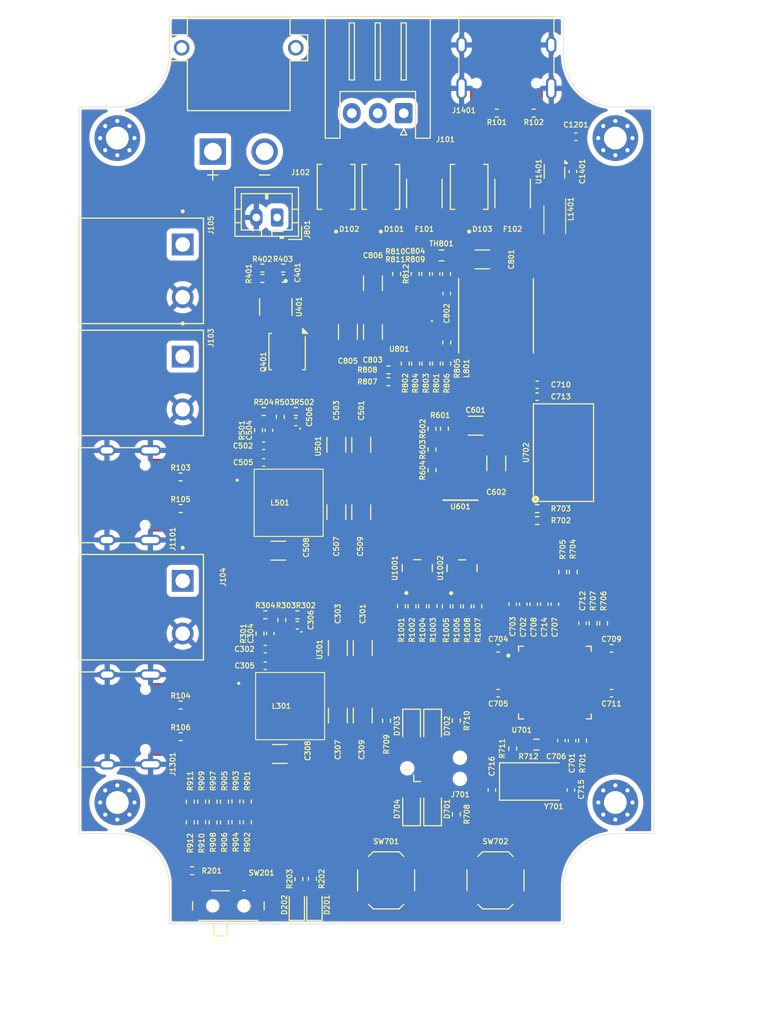
<source format=kicad_pcb>
(kicad_pcb (version 20241229) (generator "pcbnew") (generator_version "9.0")
  (layers (0 "F.Cu" mixed) (4 "In1.Cu" power) (6 "In2.Cu" power) (2 "B.Cu" mixed) (13 "F.Paste" user) (15 "B.Paste" user) (5 "F.SilkS" user "F.Silkscreen") (7 "B.SilkS" user "B.Silkscreen") (1 "F.Mask" user) (3 "B.Mask" user) (25 "Edge.Cuts" user))
  (net 0 "")
  (net 1 "GND")
  (net 2 "Net-(C302-Pad2)")
  (net 3 "Net-(U301-COMP)")
  (net 4 "Net-(U301-SW)")
  (net 5 "Net-(U301-BST)")
  (net 6 "Net-(U301-FB)")
  (net 7 "Net-(U401-VCAP)")
  (net 8 "Net-(U501-COMP)")
  (net 9 "Net-(C502-Pad2)")
  (net 10 "Net-(U501-SW)")
  (net 11 "Net-(U501-BST)")
  (net 12 "Net-(U501-FB)")
  (net 13 "Net-(U801-SW_1)")
  (net 14 "Net-(U801-BST)")
  (net 15 "/POWER_SUPPLY/BAT_SYS")
  (net 16 "/POWER_SUPPLY/BAT_PLUS")
  (net 17 "GND_HOST_MCU")
  (net 18 "VCC_HOST_MCU")
  (net 19 "/POWER_SUPPLY/CHG_IN")
  (net 20 "VCC_BATTERY_CHARGER")
  (net 21 "GND_MECHANICAL")
  (net 22 "/POWER_SUPPLY/BAT_MID")
  (net 23 "/POWER_SUPPLY/PWR_INDICATOR")
  (net 24 "/POWER_SUPPLY/CHG_INDICATOR")
  (net 25 "/POWER_SUPPLY/SW_ENABLE")
  (net 26 "/POWER_SUPPLY/CHG_IN_VALID")
  (net 27 "/POWER_SUPPLY/CHG_STAT")
  (net 28 "/POWER_SUPPLY/CHG_IN_MON")
  (net 29 "/POWER_SUPPLY/BAT_PLUS_MON")
  (net 30 "/POWER_SUPPLY/BAT_MID_MON")
  (net 31 "/POWER_SUPPLY/BAT_SYS_MON")
  (net 32 "/POWER_SUPPLY/PWR_VCC_REGOUT")
  (net 33 "/POWER_SUPPLY/PWR_VCC_REGOUT_MON")
  (net 34 "/POWER_SUPPLY/PWR_VDD_REGOUT")
  (net 35 "/POWER_SUPPLY/PWR_VDD_REGOUT_MON")
  (net 36 "/POWER_SUPPLY/REG_PGOOD_0")
  (net 37 "/POWER_SUPPLY/REG_ENABLE_0")
  (net 38 "/POWER_SUPPLY/REG_PGOOD_1")
  (net 39 "/POWER_SUPPLY/REG_ENABLE_1")
  (net 40 "Net-(J801-Pin_1)")
  (net 42 "VM")
  (net 43 "DVCC")
  (net 44 "DVDD")
  (net 45 "VCC_USB_C_CONN1")
  (net 46 "Net-(D201-A)")
  (net 47 "Net-(D202-A)")
  (net 48 "/USB_C_CONN1/USB_CONN_D-")
  (net 49 "/USB_C_CONN1/USB_CONN_D+")
  (net 50 "/USB_C_CONN1/USB_CONN_CC2_USB_C_CONN1")
  (net 52 "/USB_C_CONN1/USB_CONN_CC1_USB_C_CONN1")
  (net 54 "/USB_C_CONN1/USB_CMC_D+")
  (net 55 "/USB_C_CONN1/USB_CMC_D-")
  (net 56 "/POWER_SUPPLY/HOST_MCU/GPIO_14")
  (net 57 "/POWER_SUPPLY/BATTERY_CHARGER/SDA_BATTERY_CHARGER")
  (net 58 "/POWER_SUPPLY/BATTERY_CHARGER/SCL_BATTERY_CHARGER")
  (net 59 "/PI_USB_H_P")
  (net 60 "/PI_USB_H_N")
  (net 61 "Net-(Q401-G)")
  (net 62 "Net-(R302-Pad2)")
  (net 63 "Net-(U401-EN)")
  (net 64 "Net-(R502-Pad2)")
  (net 65 "Net-(U601-EN)")
  (net 66 "Net-(U601-AAM)")
  (net 67 "Net-(U601-FB)")
  (net 68 "Net-(U801-CV)")
  (net 69 "Net-(U801-VLIM)")
  (net 70 "Net-(U801-ISET)")
  (net 71 "Net-(U801-MID)")
  (net 72 "PWR_GND")
  (net 83 "+1V1_HOST_MCU")
  (net 84 "+3V3_HOST_MCU")
  (net 85 "Net-(U701-ADC_AVDD)")
  (net 86 "/POWER_SUPPLY/HOST_MCU/XIN")
  (net 87 "Net-(C716-Pad2)")
  (net 88 "GND_Root")
  (net 89 "Net-(D101-A2)")
  (net 90 "Net-(D701-A2)")
  (net 91 "Net-(D702-A2)")
  (net 92 "Net-(D703-A2)")
  (net 94 "/USB_C_CONN2/USB_CONN_CC1_USB_C_CONN2")
  (net 96 "/USB_C_CONN2/USB_CONN_D+")
  (net 97 "/USB_C_CONN2/USB_CONN_CC2_USB_C_CONN2")
  (net 98 "/USB_C_CONN2/USB_CONN_D-")
  (net 100 "/USB_C_CONN3/USB_CONN_CC2_USB_C_CONN3")
  (net 101 "/USB_C_CONN3/USB_CONN_CC1_USB_C_CONN3")
  (net 102 "/USB_C_CONN3/USB_CONN_D+")
  (net 105 "/USB_C_CONN3/USB_CONN_D-")
  (net 106 "/POWER_SUPPLY/HOST_MCU/RUN")
  (net 107 "/POWER_SUPPLY/HOST_MCU/USB_BOOT")
  (net 108 "/POWER_SUPPLY/HOST_MCU/QSPI_CS")
  (net 109 "/POWER_SUPPLY/HOST_MCU/USB_MCU_D-")
  (net 110 "/POWER_SUPPLY/HOST_MCU/USB_MCU_D+")
  (net 111 "Net-(R706-Pad2)")
  (net 112 "/POWER_SUPPLY/HOST_MCU/SWDIO")
  (net 113 "/POWER_SUPPLY/HOST_MCU/SWCLK")
  (net 114 "/POWER_SUPPLY/HOST_MCU/XOUT")
  (net 115 "Net-(R811-Pad2)")
  (net 116 "/POWER_SUPPLY/HOST_MCU/GPIO_6")
  (net 117 "/POWER_SUPPLY/SW_ENABLE_HOST")
  (net 118 "/POWER_SUPPLY/REG_ENABLE_1_HOST")
  (net 119 "/POWER_SUPPLY/HOST_MCU/GPIO_24")
  (net 120 "/POWER_SUPPLY/HOST_MCU/QSPI_SCK")
  (net 121 "/POWER_SUPPLY/HOST_MCU/QSPI_SD0")
  (net 122 "/POWER_SUPPLY/HOST_MCU/QSPI_SD1")
  (net 123 "/POWER_SUPPLY/HOST_MCU/QSPI_SD2")
  (net 124 "/POWER_SUPPLY/HOST_MCU/QSPI_SD3")
  (net 125 "/POWER_SUPPLY/HOST_MCU/GPIO_17")
  (net 126 "/POWER_SUPPLY/HOST_MCU/GPIO_18")
  (net 127 "/POWER_SUPPLY/HOST_MCU/GPIO_21")
  (net 128 "/POWER_SUPPLY/HOST_MCU/GPIO_22")
  (net 129 "/POWER_SUPPLY/HOST_MCU/GPIO_23")
  (net 130 "/POWER_SUPPLY/HOST_MCU/GPIO_25")
  (net 131 "/POWER_SUPPLY/HOST_MCU/GPIO_26{slash}ADC0")
  (net 132 "/POWER_SUPPLY/HOST_MCU/GPIO_27{slash}ADC1")
  (net 133 "/POWER_SUPPLY/HOST_MCU/GPIO_28{slash}ADC2")
  (net 134 "/POWER_SUPPLY/HOST_MCU/GPIO_29{slash}ADC3")
  (net 135 "SEQ_VCC")
  (net 136 "VCC_REGULATOR_SEQ")
  (footprint "footprints:PHOENIX_1759017" (layer "F.Cu") (at 19.3 51.5075 -90)
    (property "Reference" "J103")
    (property "Value" "Conn_01x02_Socket")
  )
  (footprint "LED_SMD:LED_0603_1608Metric" (layer "F.Cu") (at 40.301 106.8705 90)
    (property "Reference" "D202")
    (property "Value" "LED")
  )
  (footprint "Resistor_SMD:R_0402_1005Metric" (layer "F.Cu") (at 54.525 61 -90)
    (property "Reference" "R601")
    (property "Value" "10k")
  )
  (footprint "Resistor_SMD:R_0402_1005Metric" (layer "F.Cu") (at 52.75 54.718 90)
    (property "Reference" "R803")
    (property "Value" "10k")
  )
  (footprint "Capacitor_SMD:C_0402_1005Metric_Pad0.74x0.62mm_HandSolder" (layer "F.Cu") (at 59.709 86.471 180)
    (property "Reference" "C705")
    (property "Value" "0.1uF")
  )
  (footprint "Resistor_SMD:R_0402_1005Metric" (layer "F.Cu") (at 32.228 96.922 -90)
    (property "Reference" "R907")
    (property "Value" "10k")
  )
  (footprint "Resistor_SMD:R_0402_1005Metric" (layer "F.Cu") (at 32.228 98.922 -90)
    (property "Reference" "R908")
    (property "Value" "6.2k")
  )
  (footprint "Connector_JST:JST_XH_S3B-XH-A_1x03_P2.50mm_Horizontal" (layer "F.Cu") (at 50.6 30.6 180)
    (property "Reference" "J101")
    (property "Value" "Conn_01x03_Pin")
  )
  (footprint "Resistor_SMD:R_0402_1005Metric" (layer "F.Cu") (at 53.325 64.99 -90)
    (property "Reference" "R604")
    (property "Value" "24k")
  )
  (footprint "Fuse:Fuse_1812_4532Metric" (layer "F.Cu") (at 61.1 38.335 -90)
    (property "Reference" "F102")
    (property "Value" "Polyfuse")
  )
  (footprint "Resistor_SMD:R_0402_1005Metric" (layer "F.Cu") (at 49.133 56.47)
    (property "Reference" "R807")
    (property "Value" "10k")
  )
  (footprint "Connector:Tag-Connect_TC2030-IDC-NL_2x03_P1.27mm_Vertical" (layer "F.Cu") (at 53.48 93.707)
    (property "Reference" "J701")
    (property "Value" "Conn_02x03_Odd_Even")
  )
  (footprint "Capacitor_SMD:C_0402_1005Metric_Pad0.74x0.62mm_HandSolder" (layer "F.Cu") (at 63.464 56.7605 180)
    (property "Reference" "C710")
    (property "Value" "2.2uF")
  )
  (footprint "PCM_Package_SO_AKL:SOIC-8_5.23x5.23mm_P1.27mm" (layer "F.Cu") (at 66 63.3 90)
    (property "Reference" "U702")
    (property "Value" "W25Q128JVS" (hide yes))
  )
  (footprint "Capacitor_SMD:C_1206_3216Metric" (layer "F.Cu") (at 57.525 60.7)
    (property "Reference" "C601")
    (property "Value" "10uF 25V")
  )
  (footprint "Resistor_SMD:R_0603_1608Metric_Pad0.98x0.95mm_HandSolder" (layer "F.Cu") (at 63.392 91.424)
    (property "Reference" "R712")
    (property "Value" "NP")
  )
  (footprint "Resistor_SMD:R_0402_1005Metric" (layer "F.Cu") (at 41.801 104.3605 -90)
    (property "Reference" "R202")
    (property "Value" "1k")
  )
  (footprint "Capacitor_SMD:C_0402_1005Metric_Pad0.74x0.62mm_HandSolder" (layer "F.Cu") (at 70.631 82.153)
    (property "Reference" "C709")
    (property "Value" "0.1uF")
  )
  (footprint "Connector_USB:USB_C_Receptacle_XKB_U262-16XN-4BVC11" (layer "F.Cu") (at 60.5 25.1 180)
    (property "Reference" "J1401")
    (property "Value" "USB_C_Receptacle_USB2.0")
  )
  (footprint "Resistor_SMD:R_0402_1005Metric_Pad0.72x0.64mm_HandSolder" (layer "F.Cu") (at 63.464 69.8415)
    (property "Reference" "R702")
    (property "Value" "1k")
  )
  (footprint "Resistor_SMD:R_0402_1005Metric" (layer "F.Cu") (at 63.132 30.588)
    (property "Reference" "R102")
    (property "Value" "10k")
  )
  (footprint "Resistor_SMD:R_0402_1005Metric" (layer "F.Cu") (at 29.096 90.659)
    (property "Reference" "R106")
    (property "Value" "10k")
  )
  (footprint "Capacitor_SMD:C_0402_1005Metric" (layer "F.Cu") (at 40.342 79.9245 180)
    (property "Reference" "C306")
    (property "Value" "NP")
  )
  (footprint "Capacitor_SMD:C_0402_1005Metric" (layer "F.Cu") (at 40.2 60.343 180)
    (property "Reference" "C506")
    (property "Value" "NP")
  )
  (footprint "Resistor_SMD:R_0402_1005Metric" (layer "F.Cu") (at 53.43 78.097 90)
    (property "Reference" "R1003")
    (property "Value" "10k")
  )
  (footprint "footprints:MP2672AGD0000P" (layer "F.Cu") (at 51.575 50.019 180)
    (property "Reference" "U801")
    (property "Value" "MP2672AGD-0000-P" (hide yes))
  )
  (footprint "Fiducial:Fiducial_1mm_Mask2mm" (layer "F.Cu") (at 27 38.2)
    (property "Reference" "FID1201" (hide yes))
    (property "Value" "Fiducial")
  )
  (footprint "Capacitor_SMD:C_0402_1005Metric" (layer "F.Cu") (at 38.9825 46.52 180)
    (property "Reference" "C401")
    (property "Value" "0.1uF")
  )
  (footprint "Capacitor_SMD:C_0402_1005Metric_Pad0.74x0.62mm_HandSolder" (layer "F.Cu") (at 67.837 79.74 90)
    (property "Reference" "C712")
    (property "Value" "2.2uF")
  )
  (footprint "footprints:PHOENIX_1759017" (layer "F.Cu") (at 19.3 40.7075 -90)
    (property "Reference" "J105")
    (property "Value" "Conn_01x02_Socket")
  )
  (footprint "Resistor_SMD:R_0402_1005Metric" (layer "F.Cu") (at 54.724 46.082 90)
    (property "Reference" "R809")
    (property "Value" "6.2k")
  )
  (footprint "Capacitor_SMD:C_1206_3216Metric" (layer "F.Cu") (at 44.11 62.543 -90)
    (property "Reference" "C503")
    (property "Value" "10uF 25V")
  )
  (footprint "Capacitor_SMD:C_1206_3216Metric" (layer "F.Cu") (at 44.11 69.043 90)
    (property "Reference" "C507")
    (property "Value" "22uF 16V")
  )
  (footprint "Capacitor_SMD:C_1206_3216Metric" (layer "F.Cu") (at 46.652 88.6245 90)
    (property "Reference" "C309")
    (property "Value" "22uF 16V")
  )
  (footprint "Capacitor_SMD:C_1206_3216Metric" (layer "F.Cu") (at 58.179 44.685 180)
    (property "Reference" "C801")
    (property "Value" "10uF 25V")
  )
  (footprint "Resistor_SMD:R_0402_1005Metric" (layer "F.Cu") (at 36.9825 46.52 180)
    (property "Reference" "R401")
    (property "Value" "0E")
  )
  (footprint "footprints:QFN40P700X700X90-57N" (layer "F.Cu") (at 65.17 85.449)
    (property "Reference" "U701")
    (property "Value" "RP2040")
  )
  (footprint "Resistor_SMD:R_0402_1005Metric" (layer "F.Cu") (at 49.924 46.082 -90)
    (property "Reference" "R812")
    (property "Value" "0E")
  )
  (footprint "MountingHole:MountingHole_2.2mm_M2_Pad_Via" (layer "F.Cu") (at 71 97 -90)
    (property "Reference" "H1204" (hide yes))
    (property "Value" "MountingHole_Pad" (hide yes))
  )
  (footprint "Resistor_SMD:R_0402_1005Metric" (layer "F.Cu") (at 51.75 54.718 -90)
    (property "Reference" "R804")
    (property "Value" "10k")
  )
  (footprint "Resistor_SMD:R_0402_1005Metric" (layer "F.Cu") (at 38.9825 45.52 180)
    (property "Reference" "R403")
    (property "Value" "0E")
  )
  (footprint "Resistor_SMD:R_0402_1005Metric" (layer "F.Cu") (at 49.133 55.327)
    (property "Reference" "R808")
    (property "Value" "10k")
  )
  (footprint "footprints:QFN3p0x5p0x1p6_MPM3606_MNP" (layer "F.Cu") (at 56.071 65.2)
    (property "Reference" "U601")
    (property "Value" "MPM3606GQV-P")
  )
  (footprint "Capacitor_SMD:C_0402_1005Metric" (layer "F.Cu") (at 53.724 46.082 90)
    (property "Reference" "C804")
    (property "Value" "1uF 10V")
  )
  (footprint "Capacitor_SMD:C_1206_3216Metric" (layer "F.Cu") (at 38.51 72.743 180)
    (property "Reference" "C508")
    (property "Value" "22uF 16V")
  )
  (footprint "Capacitor_SMD:C_1206_3216Metric" (layer "F.Cu") (at 46.51 62.543 -90)
    (property "Reference" "C501")
    (property "Value" "10uF 25V")
  )
  (footprint "Resistor_SMD:R_0402_1005Metric" (layer "F.Cu") (at 31.128 96.912 -90)
    (property "Reference" "R909")
    (property "Value" "10k")
  )
  (footprint "Resistor_SMD:R_0402_1005Metric" (layer "F.Cu") (at 30.028 96.922 -90)
    (property "Reference" "R911")
    (property "Value" "10k")
  )
  (footprint "MountingHole:MountingHole_2.2mm_M2_Pad_Via" (layer "F.Cu") (at 71 33 -90)
    (property "Reference" "H1202" (hide yes))
    (property "Value" "MountingHole_Pad" (hide yes))
  )
  (footprint "Resistor_SMD:R_0402_1005Metric" (layer "F.Cu") (at 30.201 103.578)
    (property "Reference" "R201")
    (property "Value" "10k")
  )
  (footprint "footprints:DIOM4336X265N" (layer "F.Cu") (at 56.909 37.7 90)
    (property "Reference" "D103")
    (property "Value" "SZP6SMB10AT3G")
  )
  (footprint "Resistor_SMD:R_0402_1005Metric_Pad0.72x0.64mm_HandSolder" (layer "F.Cu") (at 65.932 74.787 90)
    (property "Reference" "R705")
    (property "Value" "27E")
  )
  (footprint "footprints:74439346068" (layer "F.Cu") (at 39.51 68.143)
    (property "Reference" "L501")
    (property "Value" "6.8uH (74439346068)" (hide yes))
  )
  (footprint "Capacitor_SMD:C_0402_1005Metric_Pad0.74x0.62mm_HandSolder" (layer "F.Cu") (at 59.096 95.798 90)
    (property "Reference" "C716")
    (property "Value" "15pF")
  )
  (footprint "Capacitor_SMD:C_0402_1005Metric_Pad0.74x0.62mm_HandSolder" (layer "F.Cu") (at 66.716 95.798 90)
    (property "Reference" "C715")
    (property "Value" "15pF")
  )
  (footprint "Diode_SMD:D_SOD-323" (layer "F.Cu") (at 51.3565 89.625 -90)
    (property "Reference" "D703")
    (property "Value" "PESD3V3L1BA")
  )
  (footprint "Resistor_SMD:R_0402_1005Metric_Pad0.72x0.64mm_HandSolder" (layer "F.Cu") (at 68.853 79.74 -90)
    (property "Reference" "R707")
    (property "Value" "1E")
  )
  (footprint "Resistor_SMD:R_0402_1005Metric_Pad0.72x0.64mm_HandSolder" (layer "F.Cu") (at 61.106 91.805 90)
    (property "Reference" "R711")
    (property "Value" "1k")
  )
  (footprint "Capacitor_SMD:C_1206_3216Metric" (layer "F.Cu") (at 44.252 82.1245 -90)
    (property "Reference" "C303")
    (property "Value" "10uF 25V")
  )
  (footprint "Capacitor_SMD:C_0402_1005Metric" (layer "F.Cu") (at 66.9125 36.215 90)
    (property "Reference" "C1401")
    (property "Value" "0.1uF")
  )
  (footprint "Capacitor_SMD:C_1206_3216Metric" (layer "F.Cu") (at 46.51 69.043 90)
    (property "Reference" "C509")
    (property "Value" "22uF 16V")
  )
  (footprint "Capacitor_SMD:C_0402_1005Metric" (layer "F.Cu") (at 37.61 61.143 90)
    (property "Reference" "C504")
    (property "Value" "NP")
  )
  (footprint "Package_SON:VSON-8_3.3x3.3mm_P0.65mm_NexFET" (layer "F.Cu") (at 39.3725 53.56 -90)
    (property "Reference" "Q401")
    (property "Value" "CSD18543Q3A")
  )
  (footprint "Diode_SMD:D_SOD-323" (layer "F.Cu") (at 53.3885 97.626 90)
    (property "Reference" "D701")
    (property "Value" "PESD3V3L1BA")
  )
  (footprint "Capacitor_SMD:C_0402_1005Metric_Pad0.74x0.62mm_HandSolder" (layer "F.Cu") (at 61.106 77.9025 90)
    (property "Reference" "C703")
    (property "Value" "2.2uF")
  )
  (footprint "Resistor_SMD:R_0603_1608Metric" (layer "F.Cu") (at 54.242 44.304)
    (property "Reference" "TH801")
    (property "Value" "Thermistor_NTC_US")
  )
  (footprint "Resistor_SMD:R_0402_1005Metric" (layer "F.Cu") (at 35.528 96.902 -90)
    (property "Reference" "R901")
    (property "Value" "10k")
  )
  (footprint "Resistor_SMD:R_0402_1005Metric" (layer "F.Cu") (at 53.325 63 -90)
    (property "Reference" "R603")
    (property "Value" "75k")
  )
  (footprint "footprints:74439346068" (layer "F.Cu") (at 39.652 87.7245)
    (property "Reference" "L301")
    (property "Value" "6.8uH (74439346068)" (hide yes))
  )
  (footprint "footprints:DIOM4336X265N" (layer "F.Cu") (at 44.082 37.7 90)
    (property "Reference" "D102")
    (property "Value" "SZP6SMB6.8AT3G")
  )
  (footprint "Capacitor_SMD:C_1206_3216Metric" (layer "F.Cu") (at 47.638 46.971 90)
    (property "Reference" "C806")
    (property "Value" "22uF 25V")
  )
  (footprint "Capacitor_SMD:C_0402_1005Metric_Pad0.74x0.62mm_HandSolder" (layer "F.Cu") (at 63.138 77.9025 90)
    (property "Reference" "C708")
    (property "Value" "0.1uF")
  )
  (footprint "Resistor_SMD:R_0402_1005Metric" (layer "F.Cu") (at 54.7 78.11 90)
    (property "Reference" "R1005")
    (property "Value" "10k")
  )
  (footprint "Capacitor_SMD:C_0402_1005Metric" (layer "F.Cu") (at 54.75 47.987 90)
    (property "Reference" "C802")
    (property "Value" "0.1uF")
  )
  (footprint "footprints:WE-HCI_7030_7040_705023" (layer "F.Cu") (at 59.449 50.146 -90)
    (property "Reference" "L801")
    (property "Value" "1.5uH (744311150)" (hide yes))
  )
  (footprint "Capacitor_SMD:C_0402_1005Metric" (layer "F.Cu") (at 37.252 83.8245 180)
    (property "Reference" "C305")
    (property "Value" "0.1uF")
  )
  (footprint "Capacitor_SMD:C_0402_1005Metric_Pad0.74x0.62mm_HandSolder" (layer "F.Cu") (at 64.154 77.9025 90)
    (property "Reference" "C714")
    (property "Value" "2.2uF")
  )
  (footprint "footprints:DIOM4336X265N" (layer "F.Cu") (at 48.4 37.7 90)
    (property "Reference" "D101")
    (property "Value" "SZP6SMB10AT3G")
  )
  (footprint "Capacitor_SMD:C_1206_3216Metric" (layer "F.Cu") (at 59.525 64.325 90)
    (property "Reference" "C602")
    (property "Value" "22uF 16V")
  )
  (footprint "Capacitor_SMD:C_0402_1005Metric" (layer "F.Cu") (at 37.752 80.7245 90)
    (property "Reference" "C304")
    (property "Value" "NP")
  )
  (footprint "Capacitor_SMD:C_0402_1005Metric_Pad0.74x0.62mm_HandSolder" (layer "F.Cu") (at 65.805 91.043 -90)
    (property "Reference" "C706")
    (property "Value" "0.1uF")
  )
  (footprint "Fiducial:Fiducial_1mm_Mask2mm" (layer "F.Cu") (at 40.78 98.66)
    (property "Reference" "FID1203" (hide yes))
    (property "Value" "Fiducial")
  )
  (footprint "Capacitor_SMD:C_0402_1005Metric_Pad0.74x0.62mm_HandSolder" (layer "F.Cu") (at 65.17 77.9025 90)
    (property "Reference" "C707")
    (property "Value" "0.1uF")
  )
  (footprint "Resistor_SMD:R_0402_1005Metric" (layer "F.Cu") (at 31.128 98.912 -90)
    (property "Reference" "R910")
    (property "Value" "NP")
  )
  (footprint "Capacitor_SMD:C_1206_3216Metric" (layer "F.Cu") (at 47.638 51.67 -90)
    (property "Reference" "C803")
    (property "Value" "22uF 25V")
  )
  (footprint "Connector_JST:JST_PH_B2B-PH-K_1x02_P2.00mm_Vertical" (layer "F.Cu") (at 38.4 40.65 180)
    (property "Reference" "J801")
    (property "Value" "Conn_01x02_Socket")
  )
  (footprint "Capacitor_SMD:C_0402_1005Metric_Pad0.74x0.62mm_HandSolder" (layer "F.Cu") (at 70.631 86.471)
    (property "Reference" "C711")
    (property "Value" "0.1uF")
  )
  (footprint "Capacitor_SMD:C_0402_1005Metric" (layer "F.Cu") (at 67.196 32.874)
    (property "Reference" "C1201")
    (property "Value" "0.1uF")
  )
  (footprint "Resistor_SMD:R_0402_1005Metric_Pad0.72x0.64mm_HandSolder" (layer "F.Cu") (at 48.9435 89.117 90)
    (property "Reference" "R709")
    (property "Value" "50E")
  )
  (footprint "Resistor_SMD:R_0402_1005Metric" (layer "F.Cu") (at 57.748 78.11 90)
    (property "Reference" "R1007")
    (property "Value" "10k")
  )
  (footprint "footprints:SOT95P280X145-6N" (layer "F.Cu") (at 38.2725 49.26 -90)
    (property "Reference" "U401")
    (property "Value" "LM74700QDBVRQ1")
  )
  (footprint "footprints:CONV_AP63357QZV-7" (layer "F.Cu") (at 39.91625 62.5805 -90)
    (property "Reference" "U501")
    (property "Value" "AP63357QZV-7")
  )
  (footprint "Resistor_SMD:R_0402_1005Metric" (layer "F.Cu") (at 34.428 98.902 -90)
    (property "Reference" "R904")
    (property "Value" "6.2k")
  )
  (footprint "footprints:SOT95P280X145-5N" (layer "F.Cu") (at 51.906 74.412 90)
    (property "Reference" "U1001")
    (property "Value" "74AHC1G08")
  )
  (footprint "Inductor_SMD:L_CommonMode_Wurth_WE-CNSW-1206" (layer "F.Cu") (at 65.164 40.875 -90)
    (property "Reference" "L1401")
    (property "Value" "EMTEK CMF3216F-900M-2P-T")
  )
  (footprint "Resistor_SMD:R_0402_1005Metric" (layer "F.Cu") (at 30.028 98.922 -90)
    (property "Reference" "R912")
    (property "Value" "20k")
  )
  (footprint "Capacitor_SMD:C_1206_3216Metric" (layer "F.Cu") (at 44.252 88.6245 90)
    (property "Reference" "C307")
    (property "Value" "22uF 16V")
  )
  (footprint "Resistor_SMD:R_0402_1005Metric" (layer "F.Cu") (at 40.352 78.9245 180)
    (property "Reference" "R302")
    (property "Value" "0E")
  )
  (footprint "Resistor_SMD:R_0402_1005Metric" (layer "F.Cu") (at 33.328 96.922 -90)
    (property "Reference" "R905")
    (property "Value" "6.2k")
  )
  (footprint "Capacitor_SMD:C_1206_3216Metric" (layer "F.Cu") (at 46.652 82.1245 -90)
    (property "Reference" "C301")
    (property "Value" "10uF 25V")
  )
  (footprint "Resistor_SMD:R_0402_1005Metric" (layer "F.Cu") (at 56.732 78.11 -90)
    (property "Reference" "R1008")
    (property "Value" "10k")
  )
  (footprint "Button_Switch_SMD:SW_SPST_TL3342" (layer "F.Cu") (at 48.908 104.502)
    (property "Reference" "SW701")
    (property "Value" "SW_SPST")
  )
  (footprint "Resistor_SMD:R_0402_1005Metric" (layer "F.Cu") (at 29.096 68.688)
    (property "Reference" "R105")
    (property "Value" "10k")
  )
  (footprint "Resistor_SMD:R_0402_1005Metric" (layer "F.Cu") (at 36.752 80.7245 90)
    (property "Reference" "R301")
    (property "Value" "39k")
  )
  (footprint "Fuse:Fuse_1812_4532Metric" (layer "F.Cu") (at 52.591 38.335 -90)
    (property "Reference" "F101")
    (property "Value" "Polyfuse")
  )
  (footprint "footprints:CONV_AP63357QZV-7" (layer "F.Cu") (at 40.05825 82.162 -90)
    (property "Reference" "U301")
    (property "Value" "AP63357QZV-7")
  )
  (footprint "Resistor_SMD:R_0402_1005Metric" (layer "F.Cu") (at 38.71 59.843 -90)
    (property "Reference" "R503")
    (property "Value" "158k")
  )
  (footprint "Resistor_SMD:R_0402_1005Metric" (layer "F.Cu") (at 40.501 104.3805 -90)
    (property "Reference" "R203")
    (property "Value" "1k")
  )
  (footprint "Resistor_SMD:R_0402_1005Metric" (layer "F.Cu") (at 38.852 79.4245 -90)
    (property "Reference" "R303")
    (property "Value" "158k")
  )
  (footprint "Diode_SMD:D_SOD-323" (layer "F.Cu") (at 53.3885 89.625 -90)
    (property "Reference" "D702")
    (property "Value" "PESD3V3L1BA")
  )
  (footprint "Resistor_SMD:R_0402_1005Metric" (layer "F.Cu") (at 54.75 52.686 -90)
    (property "Reference" "R805")
    (property "Value" "30k")
  )
  (footprint "Fiducial:Fiducial_1mm_Mask2mm" (layer "F.Cu") (at 71.5 56.1)
    (property "Reference" "FID1202" (hide yes))
    (property "Value" "Fiducial")
  )
  (footprint "Resistor_SMD:R_0402_1005Metric_Pad0.72x0.64mm_HandSolder" (layer "F.Cu") (at 67.837 91.043 90)
    (property "Reference" "R701")
    (property "Value" "10k")
  )
  (footprint "Resistor_SMD:R_0402_1005Metric" (layer "F.Cu") (at 37.11 59.343 180)
    (property "Reference" "R504")
    (property "Value" "30k")
  )
  (footprint "Resistor_SMD:R_0402_1005Metric" (layer "F.Cu") (at 51.702 46.084 90)
    (property "Reference" "R811")
    (property "Value" "3.3k")
  )
  (footprint "Resistor_SMD:R_0402_1005Metric_Pad0.72x0.64mm_HandSolder" (layer "F.Cu") (at 66.948 74.787 90)
    (property "Reference" "R704")
    (property "Value" "27E")
  )
  (footprint "Capacitor_SMD:C_0402_1005Metric" (layer "F.Cu") (at 37.252 82.2245 180)
    (property "Reference" "C302")
    (property "Value" "3.3nF")
  )
  (footprint "Resistor_SMD:R_0402_1005Metric" (layer "F.Cu") (at 53.75 54.718 90)
    (property "Reference" "R801")
    (property "Value" "10k")
  )
  (footprint "Resistor_SMD:R_0402_1005Metric" (layer "F.Cu") (at 29.096 87.611)
    (property "Reference" "R104")
    (property "Value" "10k")
  )
  (footprint "Capacitor_SMD:C_0402_1005Metric_Pad0.74x0.62mm_HandSolder" (layer "F.Cu") (at 66.821 91.043 -90)
    (property "Reference" "C701")
    (property "Value" "0.1uF")
  )
  (footprint "Capacitor_SMD:C_0402_1005Metric_Pad0.74x0.62mm_HandSolder" (layer "F.Cu") (at 63.464 57.9035 180)
    (property "Reference" "C713")
    (property "Value" "0.1uF")
  )
  (footprint "Resistor_SMD:R_0402_1005Metric" (layer "F.Cu") (at 52.414 78.095 -90)
    (property "Reference" "R1004")
    (property "Value" "10k")
  )
  (footprint "MountingHole:MountingHole_2.2mm_M2_Pad_Via" (layer "F.Cu") (at 23 97 90)
    (property "Reference" "H1203" (hide yes))
    (property "Value" "MountingHole_Pad" (hide yes))
  )
  (footprint "Resistor_SMD:R_0402_1005Metric_Pad0.72x0.64mm_HandSolder" (layer "F.Cu") (at 63.464 68.6985)
    (property "Reference" "R703")
    (property "Value" "10k")
  )
  (footprint "Resistor_SMD:R_0402_1005Metric" (layer "F.Cu") (at 59.576 30.588)
    (property "Reference" "R101")
    (property "Value" "10k")
  )
  (footprint "footprints:SOT95P280X145-5N" (layer "F.Cu") (at 56.224 74.427 90)
    (property "Reference" "U1002")
    (property "Value" "74AHC1G08")
  )
  (footprint "footprints:AMASS_XT30PW-M" (layer "F.Cu") (at 34.7 24.3)
    (property "Reference" "J102")
    (property "Value" "XT30PW-M")
  )
  (footprint "Connector_USB:USB_C_Receptacle_XKB_U262-16XN-4BVC11" (layer "F.Cu") (at 23.1 89 -90)
    (property "Reference" "J1301")
    (property "Value" "USB_C_Receptacle_USB2.0" (hide yes))
  )
  (footprint "Capacitor_SMD:C_1206_3216Metric" (layer "F.Cu") (at 38.652 92.3245 180)
    (property "Reference" "C308")
    (property "Value" "22uF 16V")
  )
  (footprint "Capacitor_SMD:C_0402_1005Metric_Pad0.74x0.62mm_HandSolder" (layer "F.Cu") (at 59.709 82.153 180)
    (property "Reference" "C704")
    (property "Value" "0.1uF")
  )
  (footprint "Capacitor_SMD:C_0402_1005Metric_Pad0.74x0.62mm_HandSolder" (layer "F.Cu") (at 62.122 77.9025 90)
    (property "Reference" "C702")
    (property "Value" "0.1uF")
  )
  (footprint "Resistor_SMD:R_0402_1005Metric_Pad0.72x0.64mm_HandSolder" (layer "F.Cu") (at 55.6745 98.134 90)
    (property "Reference" "R708")
    (property "Value" "50E")
  )
  (footprint "Resistor_SMD:R_0402_1005Metric" (layer "F.Cu") (at 34.428 96.902 -90)
    (property "Reference" "R903")
    (property "Value" "10k")
  )
  (footprint "Resistor_SMD:R_0402_1005Metric" (layer "F.Cu") (at 50.382 78.093 90)
    (property "Reference" "R1001")
    (property "Value" "10k")
  )
  (footprint "Diode_SMD:D_SOD-323" (layer "F.Cu") (at 51.3565 97.626 90)
    (property "Reference" "D704")
    (property "Value" "PESD3V3L1BA")
  )
  (footprint "Resistor_SMD:R_0402_1005Metric_Pad0.72x0.64mm_HandSolder" (layer "F.Cu") (at 55.6745 89.117 90)
    (property "Reference" "R710")
    (property "Value" "50E")
  )
  (footprint "Resistor_SMD:R_0402_1005Metric" (layer "F.Cu") (at 50.75 54.718 90)
    (property "Reference" "R802")
    (property "Value" "10k")
  )
  (footprint "Resistor_SMD:R_0402_1005Metric_Pad0.72x0.64mm_HandSolder" (layer "F.Cu") (at 69.869 79.74 90)
    (property "Reference" "R706")
    (property "Value" "200E")
  )
  (footprint "Resistor_SMD:R_0402_1005Metric" (layer "F.Cu") (at 53.325 61 90)
    (property "Reference" "R602")
    (property "Value" "33k")
  )
  (footprint "Capacitor_SMD:C_0402_1005Metric" (layer "F.Cu") (at 37.11 62.643 180)
    (property "Reference" "C502")
    (property "Value" "3.3nF")
  )
  (footprint "MountingHole:MountingHole_2.2mm_M2_Pad_Via" (layer "F.Cu") (at 23 33 90)
    (property "Reference" "H1201" (hide yes))
    (property "Value" "MountingHole_Pad" (hide yes))
  )
  (footprint "Capacitor_SMD:C_0402_1005Metric" (layer "F.Cu") (at 37.11 64.243 180)
    (property "Reference" "C505")
    (property "Value" "0.1uF")
  )
  (footprint "footprints:PHOENIX_1759017" (layer "F.Cu") (at 19.3 73.1075 -90)
    (property "Reference" "J104")
    (property "Value" "Conn_01x02_Socket")
  )
  (footprint "Resistor_SMD:R_0402_1005Metric" (layer "F.Cu") (at 33.328 98.922 -90)
    (property "Reference" "R906")
    (property "Value" "24k")
  )
  (footprint "Connector_USB:USB_C_Receptacle_XKB_U262-16XN-4BVC11" (layer "F.Cu") (at 23.075 67.4 -90)
    (property "Reference" "J1101")
    (property "Value" "USB_C_Receptacle_USB2.0" (hide yes))
  )
  (footprint "Button_Switch_SMD:SW_SPST_TL3342" (layer "F.Cu") (at 59.449 104.502)
    (property "Reference" "SW702")
    (property "Value" "SW_SPST")
  )
  (footprint "Resistor_SMD:R_0402_1005Metric" (layer "F.Cu") (at 36.61 61.143 90)
    (property "Reference" "R501")
    (property "Value" "39k")
  )
  (footprint "Resistor_SMD:R_0402_1005Metric" (layer "F.Cu") (at 36.9825 45.52 180)
    (property "Reference" "R402")
    (property "Value" "10k")
  )
  (footprint "Resistor_SMD:R_0402_1005Metric" (layer "F.Cu") (at 35.528 98.912 -90)
    (property "Reference" "R902")
    (property "Value" "6.2k")
  )
  (footprint "Resistor_SMD:R_0402_1005Metric" (layer "F.Cu") (at 55.716 78.112 -90)
    (property "Reference" "R1006")
    (property "Value" "10k")
  )
  (footprint "Button_Switch_SMD:SW_SPDT_PCM12" (layer "F.Cu") (at 33.701 106.628)
    (property "Reference" "SW201")
    (property "Value" "SW_SPST")
  )
  (footprint "Resistor_SMD:R_0402_1005Metric" (layer "F.Cu") (at 52.724 46.082 90)
    (property "Reference" "R810")
    (property "Value" "12k")
  )
  (footprint "Resistor_SMD:R_0402_1005Metric" (layer "F.Cu") (at 37.262 78.9245 180)
    (property "Reference" "R304")
    (property "Value" "30k")
  )
  (footprint "Resistor_SMD:R_0402_1005Metric" (layer "F.Cu") (at 29.096 65.64)
    (property "Reference" "R103")
    (property "Value" "10k")
  )
  (footprint "Resistor_SMD:R_0402_1005Metric" (layer "F.Cu") (at 54.75 54.718 -90)
    (property "Reference" "R806")
    (property "Value" "10k")
  )
  (footprint "Resistor_SMD:R_0402_1005Metric" (layer "F.Cu") (at 51.398 78.097 -90)
    (property "Reference" "R1002")
    (property "Value" "10k")
  )
  (footprint "Resistor_SMD:R_0402_1005Metric" (layer "F.Cu") (at 40.2 59.343 180)
    (property "Reference" "R502")
    (property "Value" "0E")
  )
  (footprint "LED_SMD:LED_0603_1608Metric" (layer "F.Cu") (at 42.001 106.8705 90)
    (property "Reference" "D201")
    (property "Value" "LED")
  )
  (footprint "Crystal:Crystal_SMD_5032-2Pin_5.0x3.2mm" (layer "F.Cu") (at 62.884 94.98)
    (property "Reference" "Y701")
    (property "Value" "Crystal 12MHz")
  )
  (footprint "Capacitor_SMD:C_1206_3216Metric" (layer "F.Cu") (at 45.225 51.67 -90)
    (property "Reference" "C805")
    (property "Value" "22uF 25V")
  )
  (footprint "Package_TO_SOT_SMD:SOT-666" (layer "F.Cu") (at 65.1345 36.215 -90)
    (property "Reference" "U1401")
    (property "Value" "USBLC6-2P6")
  )
  (gr_line (start 19.3 30) (end 23 30) (stroke (width 0.05)) (layer "Edge.Cuts"))
  (gr_line (start 28 105) (end 28 108.7) (stroke (width 0.05)) (layer "Edge.Cuts"))
  (gr_line (start 28 21.3) (end 66 21.3) (stroke (width 0.05)) (layer "Edge.Cuts"))
  (gr_line (start 19.3 100) (end 19.3 33) (stroke (width 0.05)) (layer "Edge.Cuts"))
  (gr_line (start 74.7 100) (end 71 100) (stroke (width 0.05)) (layer "Edge.Cuts"))
  (gr_line (start 71 30) (end 74.7 30) (stroke (width 0.05)) (layer "Edge.Cuts"))
  (gr_line (start 66 108.7) (end 66 105) (stroke (width 0.05)) (layer "Edge.Cuts"))
  (gr_arc (start 71 30) (mid 67.464466 28.535534) (end 66 25) (stroke (width 0.05)) (layer "Edge.Cuts"))
  (gr_line (start 74.7 30) (end 74.7 100) (stroke (width 0.05)) (layer "Edge.Cuts"))
  (gr_arc (start 23 100) (mid 26.535534 101.464466) (end 28 105) (stroke (width 0.05)) (layer "Edge.Cuts"))
  (gr_line (start 28 25) (end 28 21.3) (stroke (width 0.05)) (layer "Edge.Cuts"))
  (gr_line (start 66 21.3) (end 66 25) (stroke (width 0.05)) (layer "Edge.Cuts"))
  (gr_line (start 28 108.7) (end 66 108.7) (stroke (width 0.05)) (layer "Edge.Cuts"))
  (gr_arc (start 28 25) (mid 26.535534 28.535534) (end 23 30) (stroke (width 0.05)) (layer "Edge.Cuts"))
  (gr_line (start 23 100) (end 19.3 100) (stroke (width 0.05)) (layer "Edge.Cuts"))
  (gr_arc (start 66 105) (mid 67.464466 101.464466) (end 71 100) (stroke (width 0.05)) (layer "Edge.Cuts"))
  (gr_line (start 19.3 33) (end 19.3 30) (stroke (width 0.05)) (layer "Edge.Cuts"))
  (zone (net 1) (net_name "GND") (layers "F.Cu" "B.Cu") (connect_pads (clearance 0.5)) (min_thickness 0.25) (fill yes (thermal_gap 0.5) (thermal_bridge_width 0.5))
    (polygon (pts (xy 19.3 30) (xy 19.3 100) (xy 28 108.7) (xy 66 108.7) (xy 74.7 100) (xy 74.7 30) (xy 66 21.3) (xy 28 21.3)))
  )
)
</source>
